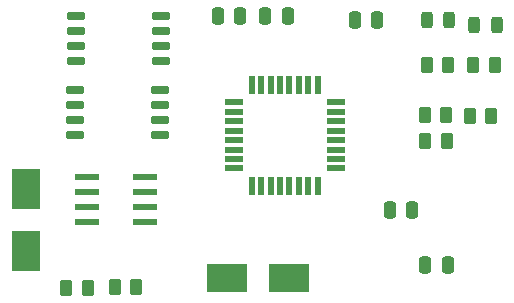
<source format=gtp>
%TF.GenerationSoftware,KiCad,Pcbnew,(6.0.1-0)*%
%TF.CreationDate,2022-02-17T22:02:19-07:00*%
%TF.ProjectId,MCU Datalogger,4d435520-4461-4746-916c-6f676765722e,1*%
%TF.SameCoordinates,Original*%
%TF.FileFunction,Paste,Top*%
%TF.FilePolarity,Positive*%
%FSLAX46Y46*%
G04 Gerber Fmt 4.6, Leading zero omitted, Abs format (unit mm)*
G04 Created by KiCad (PCBNEW (6.0.1-0)) date 2022-02-17 22:02:19*
%MOMM*%
%LPD*%
G01*
G04 APERTURE LIST*
G04 Aperture macros list*
%AMRoundRect*
0 Rectangle with rounded corners*
0 $1 Rounding radius*
0 $2 $3 $4 $5 $6 $7 $8 $9 X,Y pos of 4 corners*
0 Add a 4 corners polygon primitive as box body*
4,1,4,$2,$3,$4,$5,$6,$7,$8,$9,$2,$3,0*
0 Add four circle primitives for the rounded corners*
1,1,$1+$1,$2,$3*
1,1,$1+$1,$4,$5*
1,1,$1+$1,$6,$7*
1,1,$1+$1,$8,$9*
0 Add four rect primitives between the rounded corners*
20,1,$1+$1,$2,$3,$4,$5,0*
20,1,$1+$1,$4,$5,$6,$7,0*
20,1,$1+$1,$6,$7,$8,$9,0*
20,1,$1+$1,$8,$9,$2,$3,0*%
G04 Aperture macros list end*
%ADD10RoundRect,0.250000X0.262500X0.450000X-0.262500X0.450000X-0.262500X-0.450000X0.262500X-0.450000X0*%
%ADD11RoundRect,0.250000X-0.262500X-0.450000X0.262500X-0.450000X0.262500X0.450000X-0.262500X0.450000X0*%
%ADD12RoundRect,0.250000X0.250000X0.475000X-0.250000X0.475000X-0.250000X-0.475000X0.250000X-0.475000X0*%
%ADD13RoundRect,0.243750X-0.243750X-0.456250X0.243750X-0.456250X0.243750X0.456250X-0.243750X0.456250X0*%
%ADD14RoundRect,0.150000X-0.650000X-0.150000X0.650000X-0.150000X0.650000X0.150000X-0.650000X0.150000X0*%
%ADD15R,2.400000X3.500000*%
%ADD16R,1.500000X0.550000*%
%ADD17R,0.550000X1.500000*%
%ADD18RoundRect,0.250000X-0.250000X-0.475000X0.250000X-0.475000X0.250000X0.475000X-0.250000X0.475000X0*%
%ADD19R,3.500000X2.400000*%
%ADD20RoundRect,0.041300X-0.943700X-0.253700X0.943700X-0.253700X0.943700X0.253700X-0.943700X0.253700X0*%
G04 APERTURE END LIST*
D10*
%TO.C,R4*%
X116103400Y-85801200D03*
X114278400Y-85801200D03*
%TD*%
%TO.C,R2*%
X89863300Y-100355400D03*
X88038300Y-100355400D03*
%TD*%
D11*
%TO.C,R7*%
X114454300Y-81559400D03*
X116279300Y-81559400D03*
%TD*%
D10*
%TO.C,R5*%
X120241700Y-81559400D03*
X118416700Y-81559400D03*
%TD*%
D12*
%TO.C,C2*%
X113243400Y-93802200D03*
X111343400Y-93802200D03*
%TD*%
D13*
%TO.C,D2*%
X114505500Y-77698600D03*
X116380500Y-77698600D03*
%TD*%
D14*
%TO.C,U1*%
X84690400Y-83693000D03*
X84690400Y-84963000D03*
X84690400Y-86233000D03*
X84690400Y-87503000D03*
X91890400Y-87503000D03*
X91890400Y-86233000D03*
X91890400Y-84963000D03*
X91890400Y-83693000D03*
%TD*%
D15*
%TO.C,Y1*%
X80568800Y-92065800D03*
X80568800Y-97265800D03*
%TD*%
D16*
%TO.C,U4*%
X98138200Y-84703000D03*
X98138200Y-85503000D03*
X98138200Y-86303000D03*
X98138200Y-87103000D03*
X98138200Y-87903000D03*
X98138200Y-88703000D03*
X98138200Y-89503000D03*
X98138200Y-90303000D03*
D17*
X99638200Y-91803000D03*
X100438200Y-91803000D03*
X101238200Y-91803000D03*
X102038200Y-91803000D03*
X102838200Y-91803000D03*
X103638200Y-91803000D03*
X104438200Y-91803000D03*
X105238200Y-91803000D03*
D16*
X106738200Y-90303000D03*
X106738200Y-89503000D03*
X106738200Y-88703000D03*
X106738200Y-87903000D03*
X106738200Y-87103000D03*
X106738200Y-86303000D03*
X106738200Y-85503000D03*
X106738200Y-84703000D03*
D17*
X105238200Y-83203000D03*
X104438200Y-83203000D03*
X103638200Y-83203000D03*
X102838200Y-83203000D03*
X102038200Y-83203000D03*
X101238200Y-83203000D03*
X100438200Y-83203000D03*
X99638200Y-83203000D03*
%TD*%
D14*
%TO.C,U3*%
X84792000Y-77419200D03*
X84792000Y-78689200D03*
X84792000Y-79959200D03*
X84792000Y-81229200D03*
X91992000Y-81229200D03*
X91992000Y-79959200D03*
X91992000Y-78689200D03*
X91992000Y-77419200D03*
%TD*%
D13*
%TO.C,D1*%
X118493300Y-78130400D03*
X120368300Y-78130400D03*
%TD*%
D10*
%TO.C,R3*%
X116152300Y-87985600D03*
X114327300Y-87985600D03*
%TD*%
D18*
%TO.C,C5*%
X108371600Y-77724000D03*
X110271600Y-77724000D03*
%TD*%
%TO.C,C1*%
X96763800Y-77393800D03*
X98663800Y-77393800D03*
%TD*%
D19*
%TO.C,Y2*%
X102777600Y-99593400D03*
X97577600Y-99593400D03*
%TD*%
D11*
%TO.C,R1*%
X83948900Y-100380800D03*
X85773900Y-100380800D03*
%TD*%
%TO.C,R6*%
X118111900Y-85826600D03*
X119936900Y-85826600D03*
%TD*%
D20*
%TO.C,U2*%
X85663000Y-91033600D03*
X85663000Y-92303600D03*
X85663000Y-93573600D03*
X85663000Y-94843600D03*
X90613000Y-94843600D03*
X90613000Y-93573600D03*
X90613000Y-92303600D03*
X90613000Y-91033600D03*
%TD*%
D18*
%TO.C,C3*%
X100802400Y-77368400D03*
X102702400Y-77368400D03*
%TD*%
D12*
%TO.C,C4*%
X116255800Y-98501200D03*
X114355800Y-98501200D03*
%TD*%
M02*

</source>
